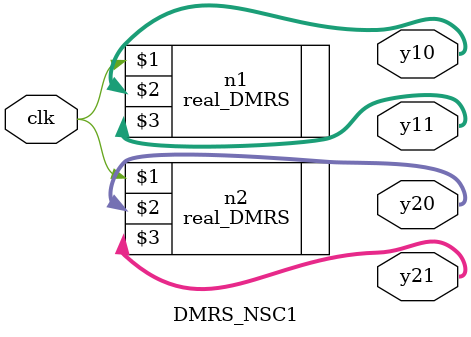
<source format=v>
`timescale 1ns / 1ps
module DMRS_NSC1(clk,y10,y11,y20,y21
    );
	 parameter cos_45=0.707;
	 input clk;
	 output wire [31:0]y10,y11,y20,y21;
	 real_DMRS n1(clk,y10,y11);
	 real_DMRS n2(clk,y20,y21);
	 integer i=0,j=0;
	 always @(posedge clk)
	  begin
	  j=j+1;
	   if(j>17)
		 begin
		    if(i<10240)
			   begin
				 $display("ru(%d)= %b + j %b",i,y10,y20);
				 i=i+1;
				end
			  else if(i>=10240 && i<20480)begin
				  $display("ru(%d)= %b + j %b",i,y11,y21);
				  i=i+1;
				  end
				else begin
				  i=0;
				  j=0;
				 end
				   
			  end
	  end
	 
endmodule

</source>
